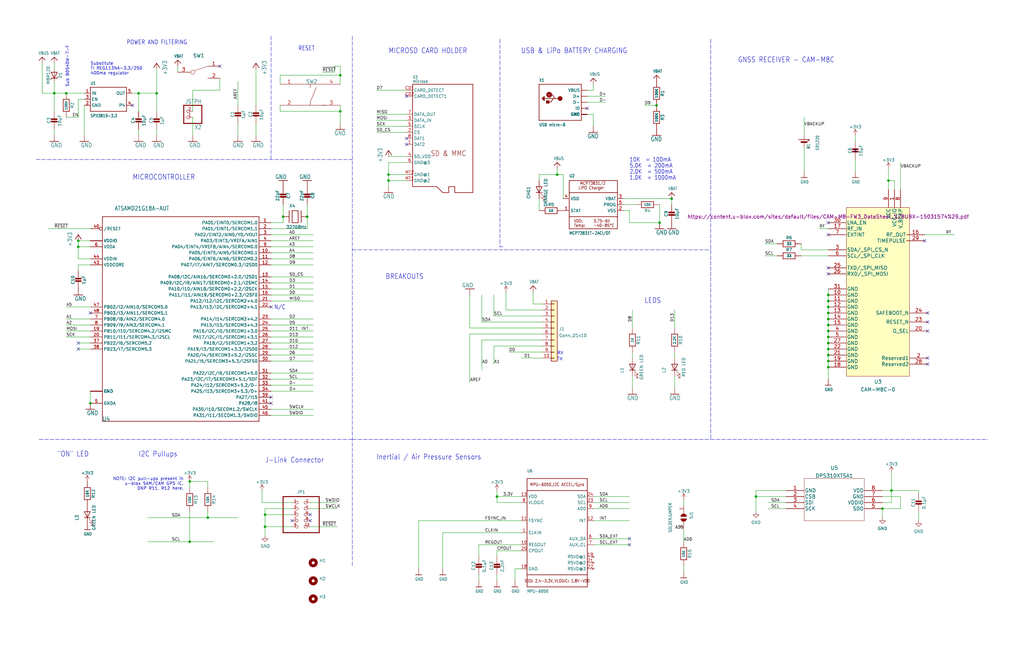
<source format=kicad_sch>
(kicad_sch (version 20211123) (generator eeschema)
  (paper "B")
  (title_block (title "Dropkick") (date "2023-10-01") (rev "V5") (company "Riley Rainey") (comment 1 "Open Hardware"))
  (junction (at 163.83 73.66))
  (junction (at 119.38 91.44))
  (junction (at 38.1 170.18))
  (junction (at 87.63 218.44))
  (junction (at 349.25 129.54))
  (junction (at 209.55 209.55))
  (junction (at 349.25 142.24))
  (junction (at 349.25 134.62))
  (junction (at 318.77 209.55))
  (junction (at 283.21 83.82))
  (junction (at 349.25 124.46))
  (junction (at 349.25 144.78))
  (junction (at 111.76 222.25))
  (junction (at 349.25 154.94))
  (junction (at 372.11 214.63))
  (junction (at 278.13 93.98))
  (junction (at 111.76 217.17))
  (junction (at 33.02 101.6))
  (junction (at 129.54 91.44))
  (junction (at 276.86 44.45))
  (junction (at 143.51 46.99))
  (junction (at 22.86 39.37))
  (junction (at 349.25 137.16))
  (junction (at 234.95 73.66))
  (junction (at 27.94 39.37))
  (junction (at 143.51 31.75))
  (junction (at 80.01 203.2))
  (junction (at 349.25 127))
  (junction (at 349.25 152.4))
  (junction (at 163.83 76.2))
  (junction (at 349.25 147.32))
  (junction (at 375.92 207.01))
  (junction (at 80.01 228.6))
  (junction (at 374.65 76.2))
  (junction (at 58.42 39.37))
  (junction (at 349.25 149.86))
  (junction (at 349.25 132.08))
  (junction (at 349.25 139.7))
  (junction (at 33.02 104.14))
  (junction (at 66.04 39.37))
  (no_connect (at 247.65 45.72))
  (no_connect (at 55.88 44.45))
  (no_connect (at 92.71 27.94))
  (no_connect (at 114.3 129.54))
  (no_connect (at 114.3 167.64))
  (no_connect (at 114.3 170.18))
  (no_connect (at 349.25 113.03))
  (no_connect (at 33.02 147.32))
  (no_connect (at 33.02 144.78))
  (no_connect (at 265.43 227.33))
  (no_connect (at 265.43 229.87))
  (no_connect (at 349.25 115.57))
  (no_connect (at 389.89 101.6))
  (no_connect (at 391.16 151.13))
  (no_connect (at 391.16 153.67))
  (no_connect (at 171.45 40.64))
  (no_connect (at 171.45 60.96))
  (no_connect (at 171.45 58.42))
  (no_connect (at 123.19 219.71))
  (no_connect (at 349.25 93.98))
  (no_connect (at 349.25 99.06))
  (no_connect (at 391.16 139.7))
  (no_connect (at 38.1 132.08))
  (no_connect (at 391.16 132.08))
  (no_connect (at 360.68 63.5))
  (no_connect (at 391.16 135.89))
  (no_connect (at 130.81 217.17))
  (no_connect (at 130.81 219.71))
  (wire (pts (xy 119.38 93.98) (xy 119.38 91.44)))
  (wire (pts (xy 349.25 134.62) (xy 349.25 137.16)))
  (wire (pts (xy 80.01 215.9) (xy 80.01 228.6)))
  (wire (pts (xy 250.19 219.71) (xy 265.43 219.71)))
  (wire (pts (xy 171.45 73.66) (xy 163.83 73.66)))
  (wire (pts (xy 227.33 76.2) (xy 227.33 73.66)))
  (wire (pts (xy 228.6 143.51) (xy 203.2 143.51)))
  (wire (pts (xy 209.55 212.09) (xy 209.55 209.55)))
  (wire (pts (xy 250.19 209.55) (xy 265.43 209.55)))
  (wire (pts (xy 22.86 39.37) (xy 22.86 46.99)))
  (wire (pts (xy 283.21 83.82) (xy 262.89 83.82)))
  (wire (pts (xy 130.81 222.25) (xy 142.24 222.25)))
  (wire (pts (xy 219.71 151.13) (xy 228.6 151.13)))
  (wire (pts (xy 132.08 144.78) (xy 114.3 144.78)))
  (wire (pts (xy 38.1 101.6) (xy 33.02 101.6)))
  (wire (pts (xy 33.02 109.22) (xy 33.02 104.14)))
  (wire (pts (xy 66.04 54.61) (xy 66.04 57.15)))
  (wire (pts (xy 55.88 39.37) (xy 58.42 39.37)))
  (wire (pts (xy 219.71 229.87) (xy 201.93 229.87)))
  (wire (pts (xy 158.75 50.8) (xy 171.45 50.8)))
  (wire (pts (xy 114.3 109.22) (xy 132.08 109.22)))
  (wire (pts (xy 209.55 232.41) (xy 209.55 234.95)))
  (wire (pts (xy 111.76 214.63) (xy 111.76 217.17)))
  (wire (pts (xy 123.19 212.09) (xy 110.49 212.09)))
  (wire (pts (xy 375.92 207.01) (xy 387.35 207.01)))
  (wire (pts (xy 114.3 119.38) (xy 132.08 119.38)))
  (wire (pts (xy 22.86 29.21) (xy 22.86 26.67)))
  (wire (pts (xy 33.02 49.53) (xy 33.02 41.91)))
  (wire (pts (xy 208.28 133.35) (xy 208.28 124.46)))
  (wire (pts (xy 38.1 165.1) (xy 38.1 170.18)))
  (wire (pts (xy 323.85 214.63) (xy 331.47 214.63)))
  (wire (pts (xy 387.35 215.9) (xy 387.35 219.71)))
  (wire (pts (xy 123.19 217.17) (xy 111.76 217.17)))
  (wire (pts (xy 283.21 86.36) (xy 283.21 83.82)))
  (wire (pts (xy 132.08 165.1) (xy 114.3 165.1)))
  (wire (pts (xy 163.83 76.2) (xy 163.83 78.74)))
  (wire (pts (xy 247.65 38.1) (xy 250.19 38.1)))
  (wire (pts (xy 234.95 73.66) (xy 237.49 73.66)))
  (wire (pts (xy 80.01 228.6) (xy 62.23 228.6)))
  (wire (pts (xy 198.12 124.46) (xy 198.12 138.43)))
  (wire (pts (xy 278.13 86.36) (xy 278.13 93.98)))
  (polyline (pts (xy 210.82 16.51) (xy 210.82 104.14)))
  (wire (pts (xy 219.71 232.41) (xy 209.55 232.41)))
  (wire (pts (xy 250.19 212.09) (xy 265.43 212.09)))
  (wire (pts (xy 58.42 46.99) (xy 58.42 39.37)))
  (wire (pts (xy 114.3 127) (xy 132.08 127)))
  (wire (pts (xy 375.92 212.09) (xy 372.11 212.09)))
  (wire (pts (xy 349.25 121.92) (xy 349.25 124.46)))
  (wire (pts (xy 377.19 76.2) (xy 374.65 76.2)))
  (wire (pts (xy 114.3 142.24) (xy 132.08 142.24)))
  (wire (pts (xy 360.68 57.15) (xy 360.68 59.69)))
  (wire (pts (xy 33.02 144.78) (xy 38.1 144.78)))
  (wire (pts (xy 219.71 209.55) (xy 209.55 209.55)))
  (wire (pts (xy 114.3 152.4) (xy 132.08 152.4)))
  (wire (pts (xy 228.6 138.43) (xy 198.12 138.43)))
  (wire (pts (xy 374.65 76.2) (xy 374.65 80.01)))
  (polyline (pts (xy 148.59 15.24) (xy 148.59 238.76)))
  (wire (pts (xy 262.89 86.36) (xy 267.97 86.36)))
  (wire (pts (xy 143.51 31.75) (xy 143.51 35.56)))
  (wire (pts (xy 250.19 227.33) (xy 265.43 227.33)))
  (wire (pts (xy 349.25 149.86) (xy 349.25 152.4)))
  (wire (pts (xy 201.93 242.57) (xy 201.93 245.11)))
  (wire (pts (xy 90.17 228.6) (xy 80.01 228.6)))
  (wire (pts (xy 176.53 219.71) (xy 219.71 219.71)))
  (wire (pts (xy 374.65 71.12) (xy 374.65 76.2)))
  (wire (pts (xy 158.75 53.34) (xy 171.45 53.34)))
  (wire (pts (xy 288.29 238.76) (xy 288.29 241.3)))
  (wire (pts (xy 38.1 129.54) (xy 27.94 129.54)))
  (wire (pts (xy 349.25 152.4) (xy 349.25 154.94)))
  (wire (pts (xy 132.08 106.68) (xy 114.3 106.68)))
  (wire (pts (xy 318.77 207.01) (xy 331.47 207.01)))
  (wire (pts (xy 349.25 132.08) (xy 349.25 134.62)))
  (wire (pts (xy 265.43 93.98) (xy 278.13 93.98)))
  (wire (pts (xy 387.35 207.01) (xy 387.35 208.28)))
  (wire (pts (xy 123.19 214.63) (xy 111.76 214.63)))
  (wire (pts (xy 337.82 105.41) (xy 337.82 102.87)))
  (wire (pts (xy 27.94 137.16) (xy 38.1 137.16)))
  (wire (pts (xy 130.81 214.63) (xy 142.24 214.63)))
  (wire (pts (xy 38.1 139.7) (xy 27.94 139.7)))
  (wire (pts (xy 114.3 104.14) (xy 132.08 104.14)))
  (wire (pts (xy 349.25 144.78) (xy 349.25 147.32)))
  (wire (pts (xy 213.36 123.19) (xy 213.36 130.81)))
  (wire (pts (xy 158.75 55.88) (xy 171.45 55.88)))
  (wire (pts (xy 66.04 39.37) (xy 66.04 29.21)))
  (wire (pts (xy 38.1 109.22) (xy 33.02 109.22)))
  (wire (pts (xy 107.95 44.45) (xy 107.95 29.21)))
  (wire (pts (xy 87.63 205.74) (xy 87.63 203.2)))
  (wire (pts (xy 143.51 46.99) (xy 118.11 46.99)))
  (wire (pts (xy 35.56 44.45) (xy 35.56 57.15)))
  (wire (pts (xy 81.28 38.1) (xy 81.28 46.99)))
  (wire (pts (xy 158.75 38.1) (xy 171.45 38.1)))
  (wire (pts (xy 237.49 73.66) (xy 237.49 83.82)))
  (wire (pts (xy 33.02 111.76) (xy 33.02 114.3)))
  (wire (pts (xy 58.42 39.37) (xy 66.04 39.37)))
  (wire (pts (xy 33.02 41.91) (xy 35.56 41.91)))
  (wire (pts (xy 143.51 44.45) (xy 143.51 46.99)))
  (wire (pts (xy 208.28 146.05) (xy 208.28 153.67)))
  (wire (pts (xy 171.45 76.2) (xy 163.83 76.2)))
  (wire (pts (xy 22.86 54.61) (xy 22.86 57.15)))
  (wire (pts (xy 389.89 99.06) (xy 402.59 99.06)))
  (wire (pts (xy 114.3 101.6) (xy 132.08 101.6)))
  (wire (pts (xy 250.19 229.87) (xy 265.43 229.87)))
  (wire (pts (xy 219.71 240.03) (xy 217.17 240.03)))
  (wire (pts (xy 143.51 46.99) (xy 143.51 52.07)))
  (wire (pts (xy 92.71 33.02) (xy 92.71 38.1)))
  (wire (pts (xy 110.49 207.01) (xy 110.49 212.09)))
  (wire (pts (xy 17.78 26.67) (xy 17.78 39.37)))
  (wire (pts (xy 27.94 39.37) (xy 22.86 39.37)))
  (wire (pts (xy 176.53 219.71) (xy 176.53 240.03)))
  (wire (pts (xy 132.08 175.26) (xy 114.3 175.26)))
  (wire (pts (xy 66.04 39.37) (xy 66.04 46.99)))
  (wire (pts (xy 114.3 162.56) (xy 132.08 162.56)))
  (wire (pts (xy 87.63 218.44) (xy 62.23 218.44)))
  (wire (pts (xy 266.7 130.81) (xy 266.7 138.43)))
  (wire (pts (xy 114.3 149.86) (xy 132.08 149.86)))
  (wire (pts (xy 323.85 212.09) (xy 331.47 212.09)))
  (wire (pts (xy 111.76 217.17) (xy 111.76 222.25)))
  (polyline (pts (xy 121.92 67.31) (xy 148.59 67.31)))
  (wire (pts (xy 247.65 48.26) (xy 250.19 48.26)))
  (wire (pts (xy 318.77 207.01) (xy 318.77 209.55)))
  (wire (pts (xy 262.89 88.9) (xy 265.43 88.9)))
  (wire (pts (xy 27.94 49.53) (xy 33.02 49.53)))
  (wire (pts (xy 140.97 30.48) (xy 140.97 27.94)))
  (wire (pts (xy 38.1 111.76) (xy 33.02 111.76)))
  (wire (pts (xy 87.63 215.9) (xy 87.63 218.44)))
  (wire (pts (xy 219.71 212.09) (xy 209.55 212.09)))
  (wire (pts (xy 379.73 214.63) (xy 372.11 214.63)))
  (wire (pts (xy 100.33 52.07) (xy 100.33 57.15)))
  (wire (pts (xy 345.44 96.52) (xy 349.25 96.52)))
  (wire (pts (xy 337.82 107.95) (xy 349.25 107.95)))
  (wire (pts (xy 114.3 99.06) (xy 132.08 99.06)))
  (wire (pts (xy 186.69 224.79) (xy 186.69 240.03)))
  (wire (pts (xy 58.42 54.61) (xy 58.42 57.15)))
  (wire (pts (xy 265.43 88.9) (xy 265.43 93.98)))
  (wire (pts (xy 80.01 203.2) (xy 87.63 203.2)))
  (wire (pts (xy 379.73 209.55) (xy 379.73 214.63)))
  (wire (pts (xy 250.19 38.1) (xy 250.19 35.56)))
  (wire (pts (xy 227.33 83.82) (xy 227.33 88.9)))
  (wire (pts (xy 349.25 105.41) (xy 337.82 105.41)))
  (wire (pts (xy 186.69 224.79) (xy 219.71 224.79)))
  (polyline (pts (xy 299.72 185.42) (xy 416.56 185.42)))
  (wire (pts (xy 284.48 158.75) (xy 284.48 163.83)))
  (wire (pts (xy 288.29 213.36) (xy 288.29 210.82)))
  (polyline (pts (xy 299.72 16.51) (xy 299.72 185.42)))
  (wire (pts (xy 129.54 91.44) (xy 129.54 86.36)))
  (polyline (pts (xy 15.24 67.31) (xy 121.92 67.31)))
  (wire (pts (xy 163.83 66.04) (xy 171.45 66.04)))
  (wire (pts (xy 255.27 43.18) (xy 247.65 43.18)))
  (wire (pts (xy 228.6 135.89) (xy 203.2 135.89)))
  (wire (pts (xy 349.25 124.46) (xy 349.25 127)))
  (wire (pts (xy 372.11 209.55) (xy 379.73 209.55)))
  (wire (pts (xy 22.86 34.29) (xy 22.86 39.37)))
  (wire (pts (xy 377.19 80.01) (xy 377.19 76.2)))
  (wire (pts (xy 114.3 147.32) (xy 132.08 147.32)))
  (wire (pts (xy 209.55 209.55) (xy 209.55 207.01)))
  (wire (pts (xy 318.77 209.55) (xy 318.77 215.9)))
  (wire (pts (xy 111.76 222.25) (xy 111.76 226.06)))
  (wire (pts (xy 114.3 121.92) (xy 132.08 121.92)))
  (wire (pts (xy 247.65 40.64) (xy 255.27 40.64)))
  (wire (pts (xy 100.33 44.45) (xy 100.33 34.29)))
  (wire (pts (xy 100.33 218.44) (xy 87.63 218.44)))
  (wire (pts (xy 228.6 130.81) (xy 213.36 130.81)))
  (wire (pts (xy 322.58 107.95) (xy 327.66 107.95)))
  (wire (pts (xy 171.45 68.58) (xy 163.83 68.58)))
  (wire (pts (xy 132.08 137.16) (xy 114.3 137.16)))
  (wire (pts (xy 35.56 39.37) (xy 27.94 39.37)))
  (wire (pts (xy 114.3 96.52) (xy 129.54 96.52)))
  (wire (pts (xy 228.6 133.35) (xy 208.28 133.35)))
  (wire (pts (xy 339.09 57.15) (xy 339.09 49.53)))
  (wire (pts (xy 114.3 172.72) (xy 132.08 172.72)))
  (polyline (pts (xy 210.82 104.14) (xy 212.09 104.14)))
  (wire (pts (xy 209.55 242.57) (xy 209.55 245.11)))
  (wire (pts (xy 143.51 27.94) (xy 143.51 31.75)))
  (wire (pts (xy 360.68 67.31) (xy 360.68 72.39)))
  (wire (pts (xy 140.97 27.94) (xy 143.51 27.94)))
  (polyline (pts (xy 16.51 185.42) (xy 148.59 185.42)))
  (polyline (pts (xy 148.59 185.42) (xy 299.72 185.42)))
  (wire (pts (xy 214.63 148.59) (xy 228.6 148.59)))
  (wire (pts (xy 284.48 138.43) (xy 284.48 130.81)))
  (wire (pts (xy 375.92 207.01) (xy 372.11 207.01)))
  (wire (pts (xy 318.77 209.55) (xy 331.47 209.55)))
  (wire (pts (xy 349.25 142.24) (xy 349.25 144.78)))
  (wire (pts (xy 203.2 135.89) (xy 203.2 124.46)))
  (wire (pts (xy 163.83 68.58) (xy 163.83 73.66)))
  (wire (pts (xy 224.79 128.27) (xy 224.79 123.19)))
  (wire (pts (xy 129.54 96.52) (xy 129.54 91.44)))
  (wire (pts (xy 27.94 142.24) (xy 38.1 142.24)))
  (wire (pts (xy 92.71 38.1) (xy 81.28 38.1)))
  (wire (pts (xy 114.3 134.62) (xy 132.08 134.62)))
  (wire (pts (xy 80.01 203.2) (xy 80.01 205.74)))
  (wire (pts (xy 135.89 30.48) (xy 140.97 30.48)))
  (wire (pts (xy 119.38 86.36) (xy 119.38 91.44)))
  (wire (pts (xy 198.12 140.97) (xy 198.12 161.29)))
  (wire (pts (xy 379.73 68.58) (xy 379.73 80.01)))
  (wire (pts (xy 132.08 124.46) (xy 114.3 124.46)))
  (wire (pts (xy 118.11 46.99) (xy 118.11 44.45)))
  (wire (pts (xy 130.81 212.09) (xy 142.24 212.09)))
  (wire (pts (xy 114.3 111.76) (xy 132.08 111.76)))
  (wire (pts (xy 228.6 128.27) (xy 224.79 128.27)))
  (wire (pts (xy 266.7 148.59) (xy 266.7 151.13)))
  (polyline (pts (xy 148.59 105.41) (xy 299.72 105.41)))
  (wire (pts (xy 276.86 44.45) (xy 271.78 44.45)))
  (wire (pts (xy 375.92 207.01) (xy 375.92 212.09)))
  (wire (pts (xy 163.83 73.66) (xy 163.83 76.2)))
  (wire (pts (xy 143.51 31.75) (xy 118.11 31.75)))
  (wire (pts (xy 107.95 57.15) (xy 107.95 52.07)))
  (wire (pts (xy 349.25 139.7) (xy 349.25 142.24)))
  (wire (pts (xy 123.19 222.25) (xy 111.76 222.25)))
  (wire (pts (xy 114.3 160.02) (xy 132.08 160.02)))
  (wire (pts (xy 201.93 229.87) (xy 201.93 234.95)))
  (wire (pts (xy 288.29 223.52) (xy 288.29 228.6)))
  (wire (pts (xy 114.3 157.48) (xy 132.08 157.48)))
  (wire (pts (xy 349.25 127) (xy 349.25 129.54)))
  (wire (pts (xy 266.7 158.75) (xy 266.7 163.83)))
  (wire (pts (xy 17.78 39.37) (xy 22.86 39.37)))
  (wire (pts (xy 217.17 240.03) (xy 217.17 245.11)))
  (wire (pts (xy 81.28 57.15) (xy 81.28 49.53)))
  (wire (pts (xy 228.6 146.05) (xy 208.28 146.05)))
  (wire (pts (xy 322.58 102.87) (xy 327.66 102.87)))
  (wire (pts (xy 349.25 147.32) (xy 349.25 149.86)))
  (wire (pts (xy 38.1 96.52) (xy 20.32 96.52)))
  (wire (pts (xy 38.1 134.62) (xy 27.94 134.62)))
  (wire (pts (xy 114.3 93.98) (xy 119.38 93.98)))
  (wire (pts (xy 132.08 116.84) (xy 114.3 116.84)))
  (wire (pts (xy 33.02 147.32) (xy 38.1 147.32)))
  (wire (pts (xy 228.6 140.97) (xy 198.12 140.97)))
  (wire (pts (xy 339.09 62.23) (xy 339.09 72.39)))
  (wire (pts (xy 203.2 143.51) (xy 203.2 156.21)))
  (wire (pts (xy 227.33 73.66) (xy 234.95 73.66)))
  (wire (pts (xy 372.11 214.63) (xy 372.11 218.44)))
  (wire (pts (xy 349.25 137.16) (xy 349.25 139.7)))
  (wire (pts (xy 158.75 48.26) (xy 171.45 48.26)))
  (wire (pts (xy 74.93 27.94) (xy 74.93 30.48)))
  (wire (pts (xy 38.1 104.14) (xy 33.02 104.14)))
  (wire (pts (xy 375.92 199.39) (xy 375.92 207.01)))
  (wire (pts (xy 114.3 139.7) (xy 132.08 139.7)))
  (wire (pts (xy 118.11 31.75) (xy 118.11 35.56)))
  (wire (pts (xy 234.95 71.12) (xy 234.95 73.66)))
  (wire (pts (xy 250.19 214.63) (xy 265.43 214.63)))
  (wire (pts (xy 250.19 48.26) (xy 250.19 53.34)))
  (wire (pts (xy 33.02 104.14) (xy 33.02 101.6)))
  (wire (pts (xy 349.25 154.94) (xy 349.25 160.02)))
  (polyline (pts (xy 114.3 15.24) (xy 114.3 67.31)))
  (wire (pts (xy 349.25 129.54) (xy 349.25 132.08)))
  (wire (pts (xy 284.48 148.59) (xy 284.48 151.13)))
  (text "GNSS RECEIVER - CAM-M8C" (at 311.15 26.67 180) (effects (font (size 2.1844 1.8567)) (justify left bottom)))
  (text "\"ON\" LED" (at 24.13 193.04 180) (effects (font (size 2.1844 1.8567)) (justify left bottom)))
  (text "N/C" (at 115.57 130.81 180) (effects (font (size 1.778 1.5113)) (justify left bottom)))
  (text "I2C Pullups\n" (at 58.42 193.04 180) (effects (font (size 2.1844 1.8567)) (justify left bottom)))
  (text "10K  = 100mA" (at 265.43 68.58 180) (effects (font (size 1.778 1.5113)) (justify left bottom)))
  (text "Inertial / Air Pressure Sensors" (at 158.75 194.31 180) (effects (font (size 2.1844 1.8567)) (justify left bottom)))
  (text "TX" (at 234.95 152.4 0) (effects (font (size 1.27 1.27)) (justify left bottom)))
  (text "MICROCONTROLLER" (at 55.88 76.2 180) (effects (font (size 2.1844 1.8567)) (justify left bottom)))
  (text "1.0K  = 1000mA" (at 265.43 76.2 180) (effects (font (size 1.778 1.5113)) (justify left bottom)))
  (text "RX" (at 234.95 149.86 0) (effects (font (size 1.27 1.27)) (justify left bottom)))
  (text "5.0K  = 200mA" (at 265.43 71.12 180) (effects (font (size 1.778 1.5113)) (justify left bottom)))
  (text "BREAKOUTS" (at 162.56 118.11 180) (effects (font (size 2.1844 1.8567)) (justify left bottom)))
  (text "RESET" (at 125.73 21.59 180) (effects (font (size 1.778 1.5113)) (justify left bottom)))
  (text "POWER AND FILTERING" (at 53.34 19.05 180) (effects (font (size 1.778 1.5113)) (justify left bottom)))
  (text "J-Link Connector" (at 111.76 195.58 180) (effects (font (size 2.1844 1.8567)) (justify left bottom)))
  (text "Substitute \nTI REG113NA-3.3/250\n400ma regulator\n" (at 38.1 31.75 0) (effects (font (size 1.27 1.27)) (justify left bottom)))
  (text "LEDS" (at 271.78 128.27 180) (effects (font (size 2.1844 1.8567)) (justify left bottom)))
  (text "2.0K  = 500mA" (at 265.43 73.66 180) (effects (font (size 1.778 1.5113)) (justify left bottom)))
  (text "MICROSD CARD HOLDER\n" (at 163.83 22.86 180) (effects (font (size 2.1844 1.8567)) (justify left bottom)))
  (text "USB & LiPo BATTERY CHARGING" (at 219.71 22.86 180) (effects (font (size 2.1844 1.8567)) (justify left bottom)))
  (text "NOTE: I2C pull-ups present in\nu-blox SAM/CAM GPS IC.\nDNP R11, R12 here." (at 77.47 207.01 180) (effects (font (size 1.27 1.27)) (justify right bottom)))
  (text "Sub B0540W-7-F" (at 29.21 36.83 90) (effects (font (size 1.27 1.27)) (justify left bottom)))
  (label "D3" (at 121.92 119.38 0) (effects (font (size 1.2446 1.2446))))
  (label "D6" (at 121.92 149.86 0) (effects (font (size 1.2446 1.2446))))
  (label "EN" (at 30.48 49.53 0) (effects (font (size 1.2446 1.2446))))
  (label "D8" (at 121.92 109.22 0) (effects (font (size 1.2446 1.2446))))
  (label "D13" (at 121.92 142.24 0) (effects (font (size 1.2446 1.2446))))
  (label "SDA" (at 325.12 212.09 0) (effects (font (size 1.2446 1.2446))))
  (label "3.3V" (at 212.09 209.55 0) (effects (font (size 1.2446 1.2446))))
  (label "SWDIO" (at 121.92 175.26 0) (effects (font (size 1.2446 1.2446))))
  (label "D12" (at 121.92 147.32 0) (effects (font (size 1.2446 1.2446))))
  (label "D11" (at 121.92 139.7 0) (effects (font (size 1.2446 1.2446))))
  (label "AD0" (at 252.73 214.63 0) (effects (font (size 1.2446 1.2446))))
  (label "~{RESET}" (at 22.86 96.52 0) (effects (font (size 1.2446 1.2446))))
  (label "A3" (at 121.92 104.14 0) (effects (font (size 1.2446 1.2446))))
  (label "AREF" (at 121.92 101.6 0) (effects (font (size 1.2446 1.2446))))
  (label "CLKIN" (at 204.47 224.79 0) (effects (font (size 1.2446 1.2446))))
  (label "SCK" (at 158.75 53.34 0) (effects (font (size 1.2446 1.2446))))
  (label "MOSI" (at 158.75 50.8 0) (effects (font (size 1.2446 1.2446))))
  (label "RF" (at 345.44 96.52 0))
  (label "A4" (at 121.92 106.68 0) (effects (font (size 1.2446 1.2446))))
  (label "A0" (at 121.92 99.06 0) (effects (font (size 1.2446 1.2446))))
  (label "SDA" (at 252.73 209.55 0) (effects (font (size 1.2446 1.2446))))
  (label "D13" (at 284.48 135.89 90) (effects (font (size 1.2446 1.2446))))
  (label "SDA" (at 72.39 218.44 0) (effects (font (size 1.2446 1.2446))))
  (label "CPOUT" (at 209.55 232.41 0) (effects (font (size 1.2446 1.2446))))
  (label "D-" (at 121.92 162.56 0) (effects (font (size 1.2446 1.2446))))
  (label "D7" (at 121.92 152.4 0) (effects (font (size 1.2446 1.2446))))
  (label "~{RESET}" (at 135.89 30.48 0) (effects (font (size 1.2446 1.2446))))
  (label "D9" (at 271.78 44.45 0) (effects (font (size 1.2446 1.2446))))
  (label "D+" (at 252.73 40.64 0) (effects (font (size 1.2446 1.2446))))
  (label "D-" (at 252.73 43.18 0) (effects (font (size 1.2446 1.2446))))
  (label "AREF" (at 100.33 41.91 90) (effects (font (size 1.2446 1.2446))))
  (label "SD_CS" (at 121.92 116.84 0) (effects (font (size 1.2446 1.2446))))
  (label "~{RESET}" (at 135.89 222.25 0))
  (label "SWDIO" (at 137.16 212.09 0))
  (label "INT" (at 127 139.7 0))
  (label "SDA" (at 322.58 102.87 0))
  (label "AD0" (at 288.29 228.6 0) (effects (font (size 1.2446 1.2446))))
  (label "REGOUT" (at 204.47 229.87 0) (effects (font (size 1.2446 1.2446))))
  (label "MOSI" (at 27.94 139.7 0) (effects (font (size 1.2446 1.2446))))
  (label "SCL" (at 322.58 107.95 0))
  (label "MISO" (at 158.75 48.26 0) (effects (font (size 1.2446 1.2446))))
  (label "SD_CS" (at 158.75 55.88 0) (effects (font (size 1.2446 1.2446))))
  (label "SWCLK" (at 137.16 214.63 0))
  (label "D0" (at 121.92 124.46 0) (effects (font (size 1.2446 1.2446))))
  (label "RF" (at 398.78 99.06 0))
  (label "VBACKUP" (at 379.73 71.12 0) (effects (font (size 1.2446 1.2446))))
  (label "VBACKUP" (at 339.09 53.34 0) (effects (font (size 1.2446 1.2446))))
  (label "D1" (at 121.92 121.92 0) (effects (font (size 1.2446 1.2446))))
  (label "A0" (at 203.2 153.67 0))
  (label "SCL" (at 121.92 160.02 0) (effects (font (size 1.2446 1.2446))))
  (label "D2" (at 121.92 134.62 0) (effects (font (size 1.2446 1.2446))))
  (label "SDA" (at 121.92 157.48 0) (effects (font (size 1.2446 1.2446))))
  (label "D+" (at 121.92 165.1 0) (effects (font (size 1.2446 1.2446))))
  (label "D5" (at 121.92 137.16 0) (effects (font (size 1.2446 1.2446))))
  (label "SCK" (at 27.94 142.24 0) (effects (font (size 1.2446 1.2446))))
  (label "SCL" (at 72.39 228.6 0) (effects (font (size 1.2446 1.2446))))
  (label "SWCLK" (at 121.92 172.72 0) (effects (font (size 1.2446 1.2446))))
  (label "SDA_EXT" (at 252.73 227.33 0) (effects (font (size 1.2446 1.2446))))
  (label "D1" (at 220.98 151.13 0))
  (label "D8" (at 266.7 135.89 90) (effects (font (size 1.2446 1.2446))))
  (label "A2" (at 27.94 137.16 0) (effects (font (size 1.2446 1.2446))))
  (label "A1" (at 27.94 134.62 0) (effects (font (size 1.2446 1.2446))))
  (label "A5" (at 27.94 129.54 0) (effects (font (size 1.2446 1.2446))))
  (label "FSYNC_IN" (at 204.47 219.71 0) (effects (font (size 1.2446 1.2446))))
  (label "SDA" (at 203.2 135.89 0))
  (label "D7" (at 158.75 38.1 0) (effects (font (size 1.2446 1.2446))))
  (label "AD0" (at 288.29 223.52 180) (effects (font (size 1.2446 1.2446))))
  (label "SCL_EXT" (at 252.73 229.87 0) (effects (font (size 1.2446 1.2446))))
  (label "D0" (at 214.63 148.59 0))
  (label "SCL" (at 325.12 214.63 0) (effects (font (size 1.2446 1.2446))))
  (label "INT" (at 252.73 219.71 0) (effects (font (size 1.2446 1.2446))))
  (label "SCL" (at 252.73 212.09 0) (effects (font (size 1.2446 1.2446))))
  (label "A1" (at 208.28 153.67 0))
  (label "MISO" (at 121.92 127 0) (effects (font (size 1.2446 1.2446))))
  (label "D9" (at 121.92 111.76 0) (effects (font (size 1.2446 1.2446))))
  (label "AREF" (at 198.12 161.29 0))
  (label "SCL" (at 208.28 133.35 0))
  (label "D10" (at 121.92 144.78 0) (effects (font (size 1.2446 1.2446))))
  (symbol (lib_id "Adafruit Feather M0 Adalogger-eagle-import:GND") (at 198.12 121.92 180) (unit 1)
    (property "Reference" "#U$021" (effects hide))
    (property "Value" "GND" (at 199.644 119.38 0) (effects (font (size 1.778 1.5113)) (justify left bottom)))
  )
  (symbol (lib_id "power:+3V3") (at 209.55 207.01 0) (unit 1)
    (property "Reference" "#PWR08" (effects hide))
    (property "Value" "+3V3" (at 209.55 203.4055 0))
  )
  (symbol (lib_id "Adafruit Feather M0 Adalogger-eagle-import:GND") (at 81.28 59.69 0) (unit 1)
    (property "Reference" "#U$010" (effects hide))
    (property "Value" "GND" (at 79.756 62.23 0) (effects (font (size 1.778 1.5113)) (justify left bottom)))
  )
  (symbol (lib_id "Adafruit MPU6050-eagle-import:GND") (at 201.93 247.65 0) (unit 1)
    (property "Reference" "#U$029" (effects hide))
    (property "Value" "GND" (at 200.406 250.19 0) (effects (font (size 1.27 1.0795)) (justify left bottom)))
  )
  (symbol (lib_id "Mechanical:MountingHole") (at 132.08 245.11 0) (unit 1) (in_bom no)
    (property "Reference" "H2" (at 134.62 244.2015 0) (effects (justify left)))
    (property "Value" "MountingHole" (effects hide))
    (property "Footprint" "lib_fp:MOUNTINGHOLE_2.5_PLATED" (effects hide))
  )
  (symbol (lib_id "Adafruit Ultimate GPS FeatherWing-eagle-import:GND") (at 360.68 74.93 0) (unit 1)
    (property "Reference" "#U$014" (effects hide))
    (property "Value" "GND" (at 359.156 77.47 0) (effects (font (size 1.27 1.0795)) (justify left bottom)))
  )
  (symbol (lib_id "Adafruit Feather M0 Adalogger-eagle-import:RESISTOR_0603_NOOUT") (at 284.48 143.51 270) (unit 1)
    (property "Reference" "R10" (at 287.02 143.51 0))
    (property "Value" "2.2K" (at 284.48 143.51 0) (effects (font (size 1.016 1.016) bold)))
    (property "Footprint" "Resistor_SMD:R_0603_1608Metric" (effects hide))
    (property "Manufacturer Part" "CRCW06032K20FKEAHP" (effects hide))
  )
  (symbol (lib_id "Adafruit MPU6050-eagle-import:RESISTOR_0603_NOOUT") (at 288.29 233.68 270) (unit 1)
    (property "Reference" "R15" (at 290.83 233.68 0))
    (property "Value" "10K" (at 288.29 233.68 0) (effects (font (size 1.016 1.016) bold)))
    (property "Footprint" "Resistor_SMD:R_0603_1608Metric" (effects hide))
    (property "Comments" "R11-R12 DNP" (effects hide))
  )
  (symbol (lib_id "Adafruit Feather M0 Adalogger-eagle-import:GND") (at 129.54 76.2 180) (unit 1)
    (property "Reference" "#U$016" (effects hide))
    (property "Value" "GND" (at 131.064 73.66 0) (effects (font (size 1.778 1.5113)) (justify left bottom)))
  )
  (symbol (lib_id "Adafruit Feather M0 Adalogger-eagle-import:GND") (at 119.38 76.2 180) (unit 1)
    (property "Reference" "#U$015" (effects hide))
    (property "Value" "GND" (at 120.904 73.66 0) (effects (font (size 1.778 1.5113)) (justify left bottom)))
  )
  (symbol (lib_id "Adafruit Feather M0 Adalogger-eagle-import:GND") (at 33.02 124.46 0) (unit 1)
    (property "Reference" "#U$022" (effects hide))
    (property "Value" "GND" (at 31.496 127 0) (effects (font (size 1.778 1.5113)) (justify left bottom)))
  )
  (symbol (lib_id "Adafruit MPU6050-eagle-import:SOLDERJUMPER") (at 288.29 218.44 270) (unit 1)
    (property "Reference" "SJ1" (at 290.83 215.9 0) (effects (font (size 1.27 1.0795)) (justify left bottom)))
    (property "Value" "SOLDERJUMPER" (at 281.94 212.09 0) (effects (font (size 1.27 1.0795)) (justify left bottom)))
    (property "Footprint" "Resistor_SMD:R_0603_1608Metric" (effects hide))
  )
  (symbol (lib_id "Adafruit Ultimate GPS FeatherWing-eagle-import:GND") (at 349.25 162.56 0) (unit 1)
    (property "Reference" "#U$023" (effects hide))
    (property "Value" "GND" (at 347.726 165.1 0) (effects (font (size 1.27 1.0795)) (justify left bottom)))
  )
  (symbol (lib_id "Adafruit MPU6050-eagle-import:GND") (at 36.83 223.52 0) (unit 1)
    (property "Reference" "#U$025" (effects hide))
    (property "Value" "GND" (at 35.306 226.06 0) (effects (font (size 1.27 1.0795)) (justify left bottom)))
  )
  (symbol (lib_id "Adafruit MPU6050-eagle-import:CAP_CERAMIC0603_NO") (at 201.93 240.03 0) (unit 1)
    (property "Reference" "C12" (at 199.64 238.78 90))
    (property "Value" "0.1µF" (at 204.23 238.78 90))
    (property "Footprint" "Capacitor_SMD:C_0603_1608Metric" (effects hide))
    (property "Manufacturer Part" "VJ0603Y104JXXAC" (effects hide))
  )
  (symbol (lib_id "Adafruit Feather M0 Adalogger-eagle-import:CON_JST_PH_2PIN") (at 78.74 46.99 180) (unit 1)
    (property "Reference" "X2" (at 85.09 52.705 0) (effects (font (size 1.778 1.5113)) (justify left bottom)))
    (property "Value" "JSTPH" (at 85.09 41.91 0) (effects (font (size 1.778 1.5113)) (justify left bottom)))
    (property "Footprint" "JSTPH2" (effects hide))
    (property "Manufacturer Part" "S2B-PH-SM4-TB" (effects hide))
  )
  (symbol (lib_id "Adafruit Feather M0 Adalogger-eagle-import:GND") (at 66.04 59.69 0) (unit 1)
    (property "Reference" "#U$09" (effects hide))
    (property "Value" "GND" (at 64.516 62.23 0) (effects (font (size 1.778 1.5113)) (justify left bottom)))
  )
  (symbol (lib_id "Adafruit Feather M0 Adalogger-eagle-import:CAP_CERAMIC0603_NO") (at 129.54 81.28 180) (unit 1)
    (property "Reference" "C8" (at 131.83 82.53 90))
    (property "Value" "22pF" (at 127.24 82.53 90))
    (property "Footprint" "Capacitor_SMD:C_0603_1608Metric" (effects hide))
    (property "Manufacturer Part" "06035U220FAT2A" (effects hide))
  )
  (symbol (lib_id "Adafruit Feather M0 Adalogger-eagle-import:USB_MICRO_20329_V2") (at 237.49 43.18 0) (unit 1)
    (property "Reference" "X1" (at 227.33 34.544 0) (effects (font (size 1.27 1.0795)) (justify left bottom)))
    (property "Value" "USB micro-B" (at 227.33 53.34 0) (effects (font (size 1.27 1.0795)) (justify left bottom)))
    (property "Footprint" "lib_fp:4UCONN_20329_V2" (effects hide))
    (property "Manufacturer Part" "4UCONN_20329_V2" (effects hide))
  )
  (symbol (lib_id "Adafruit MPU6050-eagle-import:RESISTOR_0603_NOOUT") (at 87.63 210.82 270) (unit 1)
    (property "Reference" "R14" (at 90.17 210.82 0))
    (property "Value" "10K" (at 87.63 210.82 0) (effects (font (size 1.016 1.016) bold)))
    (property "Footprint" "Resistor_SMD:R_0603_1608Metric" (effects hide))
    (property "Comments" "R11-R12 DNP" (effects hide))
  )
  (symbol (lib_id "Adafruit Feather M0 Adalogger-eagle-import:GND") (at 58.42 59.69 0) (unit 1)
    (property "Reference" "#U$08" (effects hide))
    (property "Value" "GND" (at 56.896 62.23 0) (effects (font (size 1.778 1.5113)) (justify left bottom)))
  )
  (symbol (lib_id "Adafruit Ultimate GPS FeatherWing-eagle-import:GND") (at 339.09 74.93 0) (unit 1)
    (property "Reference" "#U$013" (effects hide))
    (property "Value" "GND" (at 337.566 77.47 0) (effects (font (size 1.27 1.0795)) (justify left bottom)))
  )
  (symbol (lib_id "Device:LED") (at 227.33 80.01 90) (unit 1)
    (property "Reference" "CHG1" (at 222.885 81.28 0))
    (property "Value" "ORANGE LED" (at 230.124 81.28 0))
    (property "Footprint" "LED_SMD:LED_0603_1608Metric" (effects hide))
    (property "Manufacturer Part" "AA1112H-TR" (effects hide))
  )
  (symbol (lib_id "Adafruit Feather M0 Adalogger-eagle-import:GND") (at 100.33 59.69 0) (mirror y) (unit 1)
    (property "Reference" "#GND04" (effects hide))
    (property "Value" "GND" (at 102.87 62.23 0) (effects (font (size 1.778 1.5113)) (justify left bottom)))
  )
  (symbol (lib_id "Adafruit Feather M0 Adalogger-eagle-import:VBUS") (at 250.19 33.02 0) (unit 1)
    (property "Reference" "#U$05" (effects hide))
    (property "Value" "VBUS" (at 248.666 32.004 0) (effects (font (size 1.27 1.0795)) (justify left bottom)))
  )
  (symbol (lib_id "Adafruit Feather M0 Adalogger-eagle-import:CAP_CERAMIC0805-NOOUTLINE") (at 283.21 91.44 0) (unit 1)
    (property "Reference" "C9" (at 280.92 90.19 90))
    (property "Value" "10µF" (at 285.51 90.19 90))
    (property "Footprint" "Capacitor_SMD:C_0805_2012Metric" (effects hide))
    (property "Manufacturer Part" "C0805C106K8RACTU" (effects hide))
  )
  (symbol (lib_id "Adafruit Feather M0 Adalogger-eagle-import:+3V3") (at 163.83 63.5 0) (unit 1)
    (property "Reference" "#+3V03" (effects hide))
    (property "Value" "+3V3" (at 161.29 68.58 90) (effects (font (size 1.778 1.5113)) (justify left bottom)))
  )
  (symbol (lib_id "Adafruit Feather M0 Adalogger-eagle-import:CAP_CERAMIC0805-NOOUTLINE") (at 107.95 49.53 0) (unit 1)
    (property "Reference" "C2" (at 105.66 48.28 90))
    (property "Value" "10µF" (at 110.25 48.28 90))
    (property "Footprint" "Capacitor_SMD:C_0805_2012Metric" (effects hide))
    (property "Manufacturer Part" "C0805C106K8RACTU" (effects hide))
  )
  (symbol (lib_id "Adafruit Feather M0 Adalogger-eagle-import:RESISTOR_0603_NOOUT") (at 273.05 86.36 0) (unit 1)
    (property "Reference" "R4" (at 273.05 88.9 0))
    (property "Value" "10K" (at 273.05 86.36 0) (effects (font (size 1.016 1.016) bold)))
    (property "Footprint" "Resistor_SMD:R_0603_1608Metric" (effects hide))
    (property "Comments" "R11-R12 DNP" (effects hide))
  )
  (symbol (lib_id "Adafruit Feather M0 Adalogger-eagle-import:MICROSD") (at 186.69 55.88 0) (unit 1)
    (property "Reference" "X3" (at 173.99 33.274 0) (effects (font (size 1.27 1.0795)) (justify left bottom)))
    (property "Value" "microsd" (at 173.99 35.052 0) (effects (font (size 1.27 1.0795)) (justify left bottom)))
    (property "Footprint" "MICROSD" (effects hide))
    (property "Manufacturer Part" "MEM2061-01-188-00-A" (effects hide))
  )
  (symbol (lib_id "Adafruit MPU6050-eagle-import:GND") (at 288.29 243.84 0) (unit 1)
    (property "Reference" "#U$028" (effects hide))
    (property "Value" "GND" (at 286.766 246.38 0) (effects (font (size 1.27 1.0795)) (justify left bottom)))
  )
  (symbol (lib_id "Adafruit Feather M0 Adalogger-eagle-import:MCP73831{slash}2") (at 250.19 86.36 0) (unit 1)
    (property "Reference" "U2" (at 240.03 74.93 0) (effects (font (size 1.27 1.0795)) (justify left bottom)))
    (property "Value" "MCP73831T-2ACI/OT" (at 240.03 99.06 0) (effects (font (size 1.27 1.0795)) (justify left bottom)))
    (property "Footprint" "SOT23-5" (effects hide))
    (property "Datasheet" "https://www.mouser.com/datasheet/2/268/MCHP_S_A0010728890_1-2521060.pdf" (effects hide))
    (property "Manufacturer Part" "MCP73831T-2ACI/OT" (effects hide))
  )
  (symbol (lib_id "Adafruit Feather M0 Adalogger-eagle-import:GND") (at 38.1 172.72 0) (unit 1)
    (property "Reference" "#U$024" (effects hide))
    (property "Value" "GND" (at 36.576 175.26 0) (effects (font (size 1.778 1.5113)) (justify left bottom)))
  )
  (symbol (lib_id "Mechanical:MountingHole") (at 132.08 252.73 0) (unit 1) (in_bom no)
    (property "Reference" "H3" (at 134.62 251.8215 0) (effects (justify left)))
    (property "Value" "MountingHole" (effects hide))
    (property "Footprint" "lib_fp:MOUNTINGHOLE_2.5_PLATED" (effects hide))
  )
  (symbol (lib_id "Adafruit Feather M0 Adalogger-eagle-import:VBAT") (at 224.79 120.65 0) (unit 1)
    (property "Reference" "#U$020" (effects hide))
    (property "Value" "VBAT" (at 223.266 119.634 0) (effects (font (size 1.27 1.0795)) (justify left bottom)))
  )
  (symbol (lib_id "power:+3V3") (at 213.36 123.19 0) (unit 1)
    (property "Reference" "#PWR03" (effects hide))
    (property "Value" "+3V3" (at 213.36 119.5855 0))
  )
  (symbol (lib_id "Adafruit Feather M0 Adalogger-eagle-import:RESISTOR_0603_NOOUT") (at 276.86 49.53 270) (unit 1)
    (property "Reference" "R3" (at 279.4 49.53 0))
    (property "Value" "100K" (at 276.86 49.53 0) (effects (font (size 1.016 1.016) bold)))
    (property "Footprint" "Resistor_SMD:R_0603_1608Metric" (effects hide))
    (property "Manufacturer Part" "TNPW0603100KBEEA" (effects hide))
  )
  (symbol (lib_id "Adafruit Feather M0 Adalogger-eagle-import:VREG_SOT23-5") (at 45.72 41.91 0) (unit 1)
    (property "Reference" "U1" (at 38.1 35.814 0) (effects (font (size 1.27 1.0795)) (justify left bottom)))
    (property "Value" "SPX3819-3.3" (at 38.1 49.53 0) (effects (font (size 1.27 1.0795)) (justify left bottom)))
    (property "Footprint" "SOT23-5" (effects hide))
    (property "Datasheet" "https://assets.maxlinear.com/web/documents/spx3819.pdf" (effects hide))
    (property "Manufacturer Part" "SPX3819M5-L-3-3/TR" (effects hide))
  )
  (symbol (lib_id "Adafruit Feather M0 Adalogger-eagle-import:GND") (at 107.95 59.69 0) (unit 1)
    (property "Reference" "#U$011" (effects hide))
    (property "Value" "GND" (at 106.426 62.23 0) (effects (font (size 1.778 1.5113)) (justify left bottom)))
  )
  (symbol (lib_id "power:+3V3") (at 110.49 207.01 0) (unit 1)
    (property "Reference" "#PWR07" (effects hide))
    (property "Value" "+3V3" (at 110.49 203.4055 0))
  )
  (symbol (lib_id "power:+3V3") (at 80.01 203.2 0) (unit 1)
    (property "Reference" "#PWR06" (effects hide))
    (property "Value" "+3V3" (at 80.01 199.5955 0))
  )
  (symbol (lib_id "power:+3V3") (at 36.83 203.2 0) (unit 1)
    (property "Reference" "#PWR05" (effects hide))
    (property "Value" "+3V3" (at 36.83 199.5955 0))
  )
  (symbol (lib_id "Adafruit Feather M0 Adalogger-eagle-import:GND") (at 143.51 54.61 0) (unit 1)
    (property "Reference" "#GND01" (effects hide))
    (property "Value" "GND" (at 140.97 57.15 0) (effects (font (size 1.778 1.5113)) (justify left bottom)))
  )
  (symbol (lib_id "Adafruit Feather M0 Adalogger-eagle-import:+3V3") (at 33.02 99.06 0) (unit 1)
    (property "Reference" "#+3V04" (effects hide))
    (property "Value" "+3V3" (at 30.48 104.14 90) (effects (font (size 1.778 1.5113)) (justify left bottom)))
  )
  (symbol (lib_id "Adafruit MPU6050-eagle-import:CAP_CERAMIC0603_NO") (at 387.35 213.36 0) (unit 1)
    (property "Reference" "C11" (at 385.06 212.11 90))
    (property "Value" "0.1µF" (at 389.65 212.11 90))
    (property "Footprint" "Capacitor_SMD:C_0603_1608Metric" (effects hide))
    (property "Manufacturer Part" "VJ0603Y104JXXAC" (effects hide))
  )
  (symbol (lib_id "Device:LED") (at 36.83 217.17 90) (unit 1)
    (property "Reference" "L3" (at 32.385 218.44 0))
    (property "Value" "GREEN LED" (at 39.624 218.44 0))
    (property "Footprint" "LED_SMD:LED_0603_1608Metric" (effects hide))
    (property "Manufacturer Part" "LTST-S270KGKT" (effects hide))
  )
  (symbol (lib_id "Adafruit MPU6050-eagle-import:GND") (at 217.17 247.65 0) (unit 1)
    (property "Reference" "#U$031" (effects hide))
    (property "Value" "GND" (at 215.646 250.19 0) (effects (font (size 1.27 1.0795)) (justify left bottom)))
  )
  (symbol (lib_id "power:+3V3") (at 374.65 71.12 0) (unit 1)
    (property "Reference" "#PWR02" (effects hide))
    (property "Value" "+3V3" (at 374.65 67.5155 0))
  )
  (symbol (lib_id "Adafruit Feather M0 Adalogger-eagle-import:ATSAMD21J_QFN") (at 63.5 129.54 0) (unit 1)
    (property "Reference" "U4" (at 43.18 177.8 0) (effects (font (size 1.778 1.5113)) (justify left bottom)))
    (property "Value" "ATSAMD21G18A-AUT" (at 48.26 88.9 0) (effects (font (size 1.778 1.5113)) (justify left bottom)))
    (property "Footprint" "lib_fp:ATSAMD21G15B-AU" (effects hide))
    (property "Manufacturer Part" "ATSAMD21G18A-AUT" (effects hide))
  )
  (symbol (lib_id "Adafruit Feather M0 Adalogger-eagle-import:GND") (at 22.86 59.69 0) (unit 1)
    (property "Reference" "#U$06" (effects hide))
    (property "Value" "GND" (at 21.336 62.23 0) (effects (font (size 1.778 1.5113)) (justify left bottom)))
  )
  (symbol (lib_id "power:+3V3") (at 288.29 210.82 0) (unit 1)
    (property "Reference" "#PWR09" (effects hide))
    (property "Value" "+3V3" (at 288.29 207.2155 0))
  )
  (symbol (lib_id "dropkick:450405020524") (at 74.93 30.48 0) (unit 1)
    (property "Reference" "SW1" (at 83.82 23.4725 0) (effects (font (size 1.524 1.524))))
    (property "Value" "450405020524" (effects hide))
    (property "Footprint" "lib_fp:450405020524" (effects hide))
    (property "Manufacturer Part" "450405020524" (effects hide))
  )
  (symbol (lib_id "Adafruit Feather M0 Adalogger-eagle-import:+3V3") (at 107.95 26.67 0) (mirror y) (unit 1)
    (property "Reference" "#+3V02" (effects hide))
    (property "Value" "+3V3" (at 110.49 31.75 90) (effects (font (size 1.778 1.5113)) (justify left bottom)))
  )
  (symbol (lib_id "Adafruit Feather M0 Adalogger-eagle-import:GND") (at 266.7 166.37 0) (mirror y) (unit 1)
    (property "Reference" "#GND06" (effects hide))
    (property "Value" "GND" (at 269.24 168.91 0) (effects (font (size 1.778 1.5113)) (justify left bottom)))
  )
  (symbol (lib_id "Adafruit Ultimate GPS FeatherWing-eagle-import:CAP_CERAMIC0805-NOOUTLINE") (at 360.68 64.77 0) (unit 1)
    (property "Reference" "C6" (at 358.39 63.52 90))
    (property "Value" "10µF" (at 362.98 63.52 90))
    (property "Footprint" "Capacitor_SMD:C_0805_2012Metric" (effects hide))
    (property "Manufacturer Part" "C0805C106K8RACTU" (effects hide))
  )
  (symbol (lib_id "Adafruit Feather M0 Adalogger-eagle-import:VBUS") (at 234.95 68.58 0) (unit 1)
    (property "Reference" "#U$012" (effects hide))
    (property "Value" "VBUS" (at 233.426 67.564 0) (effects (font (size 1.27 1.0795)) (justify left bottom)))
  )
  (symbol (lib_id "dropkick:CAM-M8C-0") (at 356.87 87.63 0) (unit 1)
    (property "Reference" "U3" (at 370.205 161.1007 0) (effects (font (size 1.524 1.524))))
    (property "Value" "CAM-M8C-0" (at 370.205 164.3797 0) (effects (font (size 1.524 1.524))))
    (property "Footprint" "lib_fp:CAM-M8C-0" (effects hide))
    (property "Datasheet" "https://content.u-blox.com/sites/default/files/CAM-M8-FW3_DataSheet_%28UBX-15031574%29.pdf" (at 349.25 91.44 0) (effects (font (size 1.524 1.524))))
    (property "Manufacturer Part" "CAM-M8C-0" (effects hide))
  )
  (symbol (lib_id "Adafruit Feather M0 Adalogger-eagle-import:CAP_CERAMIC0603_NO") (at 100.33 49.53 0) (unit 1)
    (property "Reference" "C1" (at 98.04 48.28 90))
    (property "Value" "1µF" (at 102.63 48.28 90))
    (property "Footprint" "Capacitor_SMD:C_0603_1608Metric" (effects hide))
  )
  (symbol (lib_id "Adafruit Feather M0 Adalogger-eagle-import:GND") (at 163.83 81.28 0) (mirror y) (unit 1)
    (property "Reference" "#GND05" (effects hide))
    (property "Value" "GND" (at 166.37 83.82 0) (effects (font (size 1.778 1.5113)) (justify left bottom)))
  )
  (symbol (lib_id "power:+3V3") (at 375.92 199.39 0) (unit 1)
    (property "Reference" "#PWR04" (effects hide))
    (property "Value" "+3V3" (at 375.92 195.7855 0))
  )
  (symbol (lib_id "power:+3V3") (at 360.68 57.15 0) (unit 1)
    (property "Reference" "#PWR01" (effects hide))
    (property "Value" "+3V3" (at 360.68 53.5455 0))
  )
  (symbol (lib_id "Adafruit Feather M0 Adalogger-eagle-import:GND") (at 276.86 57.15 0) (unit 1)
    (property "Reference" "#GND03" (effects hide))
    (property "Value" "GND" (at 274.32 59.69 0) (effects (font (size 1.778 1.5113)) (justify left bottom)))
  )
  (symbol (lib_id "Adafruit Feather M0 Adalogger-eagle-import:VBAT") (at 283.21 81.28 0) (unit 1)
    (property "Reference" "#U$017" (effects hide))
    (property "Value" "VBAT" (at 281.686 80.264 0) (effects (font (size 1.27 1.0795)) (justify left bottom)))
  )
  (symbol (lib_id "Adafruit Feather M0 Adalogger-eagle-import:XTAL-3.2X1.5") (at 124.46 91.44 0) (unit 1)
    (property "Reference" "X4" (at 121.92 87.63 0) (effects (justify left bottom)))
    (property "Value" "32768Hz" (at 120.65 96.52 0) (effects (justify left bottom)))
    (property "Footprint" "XTAL3215" (effects hide))
    (property "Manufacturer Part" "FC-135 32.7680KA-A5" (effects hide))
  )
  (symbol (lib_id "Adafruit Feather M0 Adalogger-eagle-import:+3V3") (at 66.04 26.67 0) (mirror y) (unit 1)
    (property "Reference" "#+3V01" (effects hide))
    (property "Value" "+3V3" (at 68.58 31.75 90) (effects (font (size 1.778 1.5113)) (justify left bottom)))
  )
  (symbol (lib_id "power:GND") (at 372.11 218.44 0) (unit 1)
    (property "Reference" "#PWR011" (effects hide))
    (property "Value" "GND" (at 372.11 223.0025 0))
  )
  (symbol (lib_id "Adafruit MPU6050-eagle-import:MPU-6050") (at 234.95 224.79 0) (unit 1)
    (property "Reference" "U6" (at 222.25 199.39 0) (effects (font (size 1.27 1.0795)) (justify left bottom)))
    (property "Value" "MPU-6050" (at 222.25 250.19 0) (effects (font (size 1.27 1.0795)) (justify left bottom)))
    (property "Footprint" "lib_fp:MPU6XXX_QFN24_4MM_SMSC" (effects hide))
    (property "Manufacturer Part" "MPU-6050" (effects hide))
  )
  (symbol (lib_id "Adafruit Feather M0 Adalogger-eagle-import:CAP_CERAMIC0603_NO") (at 66.04 52.07 0) (unit 1)
    (property "Reference" "C5" (at 63.75 50.82 90))
    (property "Value" "1µF" (at 68.34 50.82 90))
    (property "Footprint" "Capacitor_SMD:C_0603_1608Metric" (effects hide))
  )
  (symbol (lib_id "Adafruit Ultimate GPS FeatherWing-eagle-import:BATTERYCR1220_2") (at 339.09 59.69 90) (unit 1)
    (property "Reference" "B1" (at 341.63 62.865 0) (effects (font (size 1.27 1.0795)) (justify left bottom)))
    (property "Value" "CR1220" (at 345.44 63.5 0) (effects (font (size 1.27 1.0795)) (justify left bottom)))
    (property "Footprint" "CR1220-2" (effects hide))
    (property "Manufacturer Part" "1056TR" (effects hide))
  )
  (symbol (lib_id "Adafruit Feather M0 Adalogger-eagle-import:RESISTOR_0603_NOOUT") (at 266.7 143.51 270) (unit 1)
    (property "Reference" "R11" (at 269.24 143.51 0))
    (property "Value" "1K" (at 266.7 143.51 0) (effects (font (size 1.016 1.016) bold)))
    (property "Footprint" "Resistor_SMD:R_0603_1608Metric" (effects hide))
  )
  (symbol (lib_id "power:GND") (at 387.35 219.71 0) (unit 1)
    (property "Reference" "#PWR012" (effects hide))
    (property "Value" "GND" (at 387.35 224.2725 0))
  )
  (symbol (lib_id "Adafruit Feather M0 Adalogger-eagle-import:DIODE-SCHOTTKYSOD-123") (at 22.86 31.75 270) (unit 1)
    (property "Reference" "D1" (at 25.4 31.75 0))
    (property "Value" "MBR120" (at 20.36 31.75 0))
    (property "Footprint" "SOD-123" (effects hide))
    (property "Manufacturer Part" "PMEG2005EGWX" (effects hide))
  )
  (symbol (lib_id "dropkick:DPS310XTSA1") (at 331.47 207.01 0) (unit 1)
    (property "Reference" "U5" (at 351.79 197.4626 0) (effects (font (size 1.524 1.524))))
    (property "Value" "DPS310XTSA1" (at 351.79 200.7416 0) (effects (font (size 1.524 1.524))))
    (property "Footprint" "lib_fp:DPS310XTSA1" (effects hide))
    (property "Datasheet" "https://www.infineon.com/dgdl/Infineon-DPS310-DS-v01_00-EN.pdf?fileId=5546d462576f34750157750826c42242" (effects hide))
    (property "Manufacturer Part" "DPS310XTSA1" (effects hide))
  )
  (symbol (lib_id "Adafruit Feather M0 Adalogger-eagle-import:CAP_CERAMIC0603_NO") (at 33.02 119.38 0) (unit 1)
    (property "Reference" "C10" (at 30.73 118.13 90))
    (property "Value" "1µF" (at 35.32 118.13 90))
    (property "Footprint" "Capacitor_SMD:C_0603_1608Metric" (effects hide))
  )
  (symbol (lib_id "Adafruit Feather M0 Adalogger-eagle-import:GND") (at 35.56 59.69 0) (unit 1)
    (property "Reference" "#U$07" (effects hide))
    (property "Value" "GND" (at 34.036 62.23 0) (effects (font (size 1.778 1.5113)) (justify left bottom)))
  )
  (symbol (lib_id "Adafruit Feather M0 Adalogger-eagle-import:GND") (at 283.21 96.52 0) (unit 1)
    (property "Reference" "#U$019" (effects hide))
    (property "Value" "GND" (at 281.686 99.06 0) (effects (font (size 1.778 1.5113)) (justify left bottom)))
  )
  (symbol (lib_id "power:GND") (at 111.76 226.06 0) (unit 1)
    (property "Reference" "#PWR013" (effects hide))
    (property "Value" "GND" (at 111.887 230.4542 0))
  )
  (symbol (lib_id "Adafruit Feather M0 Adalogger-eagle-import:RESISTOR_0603_NOOUT") (at 276.86 39.37 270) (unit 1)
    (property "Reference" "R1" (at 279.4 39.37 0))
    (property "Value" "100K" (at 276.86 39.37 0) (effects (font (size 1.016 1.016) bold)))
    (property "Footprint" "Resistor_SMD:R_0603_1608Metric" (effects hide))
    (property "Manufacturer Part" "TNPW0603100KBEEA" (effects hide))
  )
  (symbol (lib_id "Adafruit Feather M0 Adalogger-eagle-import:GND") (at 250.19 55.88 0) (unit 1)
    (property "Reference" "#GND02" (effects hide))
    (property "Value" "GND" (at 247.65 58.42 0) (effects (font (size 1.778 1.5113)) (justify left bottom)))
  )
  (symbol (lib_id "Adafruit MPU6050-eagle-import:GND") (at 186.69 242.57 0) (unit 1)
    (property "Reference" "#U$027" (effects hide))
    (property "Value" "GND" (at 185.166 245.11 0) (effects (font (size 1.27 1.0795)) (justify left bottom)))
  )
  (symbol (lib_id "power:GND") (at 318.77 215.9 0) (unit 1)
    (property "Reference" "#PWR010" (effects hide))
    (property "Value" "GND" (at 318.77 220.4625 0))
  )
  (symbol (lib_id "Adafruit Feather M0 Adalogger-eagle-import:RESISTOR_0603_NOOUT") (at 332.74 102.87 0) (unit 1)
    (property "Reference" "R6" (at 332.74 100.33 0))
    (property "Value" "33" (at 332.74 102.87 0) (effects (font (size 1.016 1.016) bold)))
    (property "Footprint" "Resistor_SMD:R_0402_1005Metric" (effects hide))
  )
  (symbol (lib_id "Adafruit MPU6050-eagle-import:GND") (at 209.55 247.65 0) (unit 1)
    (property "Reference" "#U$030" (effects hide))
    (property "Value" "GND" (at 208.026 250.19 0) (effects (font (size 1.27 1.0795)) (justify left bottom)))
  )
  (symbol (lib_id "Device:LED") (at 266.7 154.94 90) (unit 1)
    (property "Reference" "L1" (at 262.255 156.21 0))
    (property "Value" "GREEN LED" (at 270.51 154.94 0))
    (property "Footprint" "LED_SMD:LED_0603_1608Metric" (effects hide))
    (property "Manufacturer Part" "LTST-S270KGKT" (effects hide))
  )
  (symbol (lib_id "Adafruit MPU6050-eagle-import:RESISTOR_0603_NOOUT") (at 80.01 210.82 270) (unit 1)
    (property "Reference" "R13" (at 82.55 210.82 0))
    (property "Value" "10K" (at 80.01 210.82 0) (effects (font (size 1.016 1.016) bold)))
    (property "Footprint" "Resistor_SMD:R_0603_1608Metric" (effects hide))
    (property "Comments" "R11-R12 DNP" (effects hide))
  )
  (symbol (lib_id "Adafruit Feather M0 Adalogger-eagle-import:VBAT") (at 74.93 25.4 0) (unit 1)
    (property "Reference" "#U$03" (effects hide))
    (property "Value" "VBAT" (at 73.406 24.384 0) (effects (font (size 1.27 1.0795)) (justify left bottom)))
  )
  (symbol (lib_id "20021221:20021221-00010C4LF") (at 125.73 217.17 0) (unit 1)
    (property "Reference" "JP1" (at 127 207.5688 0))
    (property "Value" "3221-10-0300-00-TR" (effects hide))
    (property "Footprint" "lib_fp:3221-10-0300-00-TR" (effects hide))
    (property "Datasheet" "https://media.digikey.com/pdf/Data%20Sheets/CNC%20Tech%20PDFs/3221-XX-0300-00-TR_Dwg.pdf" (effects hide))
    (property "Manufacturer Part" "3221-10-0300-00-TR" (effects hide))
  )
  (symbol (lib_id "Adafruit Feather M0 Adalogger-eagle-import:RESISTOR_0603_NOOUT") (at 332.74 107.95 0) (unit 1)
    (property "Reference" "R7" (at 332.74 105.41 0))
    (property "Value" "33" (at 332.74 107.95 0) (effects (font (size 1.016 1.016) bold)))
    (property "Footprint" "Resistor_SMD:R_0402_1005Metric" (effects hide))
  )
  (symbol (lib_id "Mechanical:MountingHole") (at 132.08 237.49 0) (unit 1) (in_bom no)
    (property "Reference" "H1" (at 134.62 236.5815 0) (effects (justify left)))
    (property "Value" "MountingHole" (effects hide))
    (property "Footprint" "lib_fp:MOUNTINGHOLE_2.5_PLATED" (effects hide))
  )
  (symbol (lib_id "dropkick:KMR211NG_LFS") (at 130.81 39.37 0) (unit 1)
    (property "Reference" "SW2" (at 131.445 34.3589 0) (effects (font (size 1.524 1.524))))
    (property "Value" "KMR211NG_LFS" (effects hide))
    (property "Footprint" "lib_fp:KMR211NG LFS" (effects hide))
    (property "Manufacturer Part" "KMR211NG LFS" (effects hide))
  )
  (symbol (lib_id "Adafruit Feather M0 Adalogger-eagle-import:CAP_CERAMIC0805-NOOUTLINE") (at 58.42 52.07 0) (unit 1)
    (property "Reference" "C4" (at 56.13 50.82 90))
    (property "Value" "10µF" (at 60.72 50.82 90))
    (property "Footprint" "Capacitor_SMD:C_0805_2012Metric" (effects hide))
    (property "Manufacturer Part" "C0805C106K8RACTU" (effects hide))
  )
  (symbol (lib_id "Adafruit MPU6050-eagle-import:RESISTOR_0603_NOOUT") (at 36.83 208.28 270) (unit 1)
    (property "Reference" "R12" (at 39.37 208.28 0))
    (property "Value" "10K" (at 36.83 208.28 0) (effects (font (size 1.016 1.016) bold)))
    (property "Footprint" "Resistor_SMD:R_0603_1608Metric" (effects hide))
    (property "Comments" "R11-R12 DNP" (effects hide))
  )
  (symbol (lib_id "Adafruit Feather M0 Adalogger-eagle-import:RESISTOR_0603_NOOUT") (at 232.41 88.9 0) (unit 1)
    (property "Reference" "R5" (at 232.41 86.36 0))
    (property "Value" "1K" (at 232.41 88.9 0) (effects (font (size 1.016 1.016) bold)))
    (property "Footprint" "Resistor_SMD:R_0603_1608Metric" (effects hide))
  )
  (symbol (lib_id "Adafruit MPU6050-eagle-import:GND") (at 176.53 242.57 0) (unit 1)
    (property "Reference" "#U$026" (effects hide))
    (property "Value" "GND" (at 175.006 245.11 0) (effects (font (size 1.27 1.0795)) (justify left bottom)))
  )
  (symbol (lib_id "Adafruit MPU6050-eagle-import:CAP_CERAMIC0603_NO") (at 209.55 240.03 0) (unit 1)
    (property "Reference" "C13" (at 207.26 238.78 90))
    (property "Value" "2.2nF" (at 211.85 238.78 90))
    (property "Footprint" "Capacitor_SMD:C_0603_1608Metric" (effects hide))
    (property "Manufacturer Part" "C0603C222K1HACAUTO" (effects hide))
  )
  (symbol (lib_id "Device:LED") (at 284.48 154.94 90) (unit 1)
    (property "Reference" "L2" (at 280.035 156.21 0))
    (property "Value" "RED LED" (at 288.29 154.94 0))
    (property "Footprint" "LED_SMD:LED_0603_1608Metric" (effects hide))
    (property "Manufacturer Part" "LTST-S270KRKT" (effects hide))
  )
  (symbol (lib_id "Adafruit Feather M0 Adalogger-eagle-import:VBAT") (at 276.86 31.75 0) (unit 1)
    (property "Reference" "#U$04" (effects hide))
    (property "Value" "VBAT" (at 275.336 30.734 0) (effects (font (size 1.27 1.0795)) (justify left bottom)))
  )
  (symbol (lib_id "Adafruit Feather M0 Adalogger-eagle-import:VBAT") (at 22.86 24.13 0) (unit 1)
    (property "Reference" "#U$02" (effects hide))
    (property "Value" "VBAT" (at 21.336 23.114 0) (effects (font (size 1.27 1.0795)) (justify left bottom)))
  )
  (symbol (lib_id "Adafruit Feather M0 Adalogger-eagle-import:GND") (at 284.48 166.37 0) (mirror y) (unit 1)
    (property "Reference" "#GND07" (effects hide))
    (property "Value" "GND" (at 287.02 168.91 0) (effects (font (size 1.778 1.5113)) (justify left bottom)))
  )
  (symbol (lib_id "Connector_Generic:Conn_01x10") (at 233.68 138.43 0) (unit 1)
    (property "Reference" "J1" (at 235.712 138.7915 0) (effects (justify left)))
    (property "Value" "Conn_01x10" (at 235.712 141.5666 0) (effects (justify left)))
    (property "Footprint" "Connector_PinSocket_2.54mm:PinSocket_1x10_P2.54mm_Vertical" (effects hide))
  )
  (symbol (lib_id "Adafruit Feather M0 Adalogger-eagle-import:RESISTOR_0603_NOOUT") (at 27.94 44.45 270) (unit 1)
    (property "Reference" "R2" (at 30.48 44.45 0))
    (property "Value" "100K" (at 27.94 44.45 0) (effects (font (size 1.016 1.016) bold)))
    (property "Footprint" "Resistor_SMD:R_0603_1608Metric" (effects hide))
    (property "Manufacturer Part" "TNPW0603100KBEEA" (effects hide))
  )
  (symbol (lib_id "Adafruit Feather M0 Adalogger-eagle-import:CAP_CERAMIC0805-NOOUTLINE") (at 22.86 52.07 0) (unit 1)
    (property "Reference" "C3" (at 20.57 50.82 90))
    (property "Value" "10µF" (at 25.16 50.82 90))
    (property "Footprint" "Capacitor_SMD:C_0805_2012Metric" (effects hide))
    (property "Manufacturer Part" "C0805C106K8RACTU" (effects hide))
  )
  (symbol (lib_id "Adafruit Feather M0 Adalogger-eagle-import:GND") (at 278.13 96.52 0) (unit 1)
    (property "Reference" "#U$018" (effects hide))
    (property "Value" "GND" (at 276.606 99.06 0) (effects (font (size 1.778 1.5113)) (justify left bottom)))
  )
  (symbol (lib_id "Adafruit Feather M0 Adalogger-eagle-import:VBUS") (at 17.78 24.13 0) (unit 1)
    (property "Reference" "#U$01" (effects hide))
    (property "Value" "VBUS" (at 16.256 23.114 0) (effects (font (size 1.27 1.0795)) (justify left bottom)))
  )
  (symbol (lib_id "Adafruit Feather M0 Adalogger-eagle-import:CAP_CERAMIC0603_NO") (at 119.38 81.28 180) (unit 1)
    (property "Reference" "C7" (at 121.67 82.53 90))
    (property "Value" "22pF" (at 117.08 82.53 90))
    (property "Footprint" "Capacitor_SMD:C_0603_1608Metric" (effects hide))
    (property "Manufacturer Part" "06035U220FAT2A" (effects hide))
  )
)
</source>
